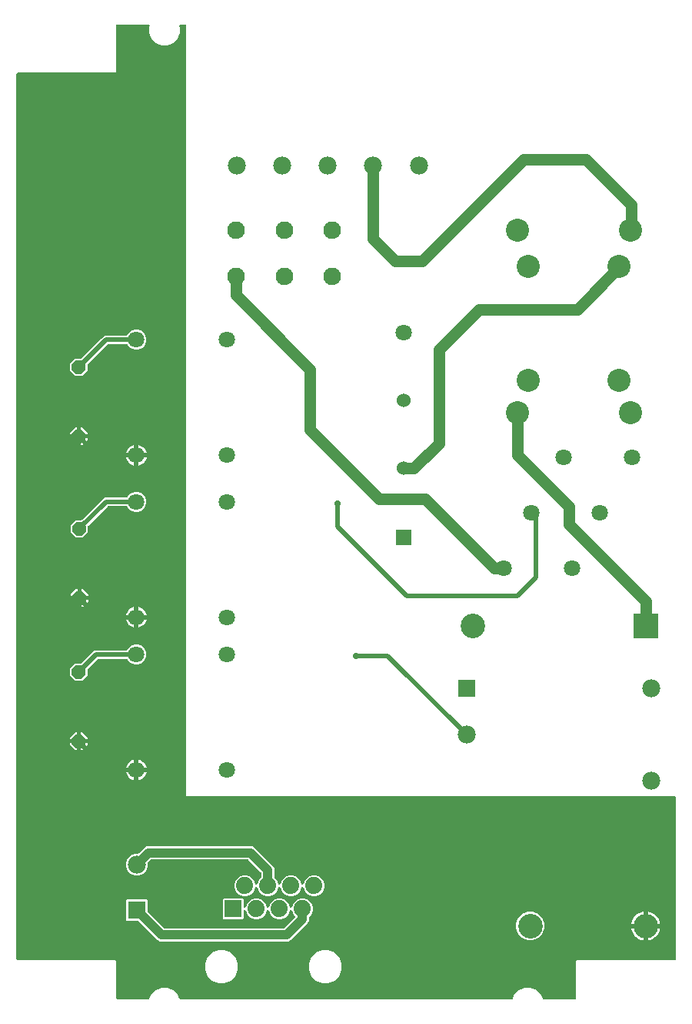
<source format=gbr>
G04 EAGLE Gerber RS-274X export*
G75*
%MOMM*%
%FSLAX34Y34*%
%LPD*%
%INBottom Copper*%
%IPPOS*%
%AMOC8*
5,1,8,0,0,1.08239X$1,22.5*%
G01*
%ADD10C,1.800000*%
%ADD11C,1.930400*%
%ADD12R,1.879600X1.879600*%
%ADD13C,1.879600*%
%ADD14C,1.980000*%
%ADD15R,1.800000X1.800000*%
%ADD16C,1.530000*%
%ADD17C,2.540000*%
%ADD18R,1.980000X1.980000*%
%ADD19R,2.700000X2.700000*%
%ADD20C,2.700000*%
%ADD21P,1.583577X8X112.500000*%
%ADD22C,0.508000*%
%ADD23C,0.700000*%
%ADD24C,1.270000*%
%ADD25C,1.016000*%
%ADD26C,0.502400*%

G36*
X147325Y68734D02*
X147325Y68734D01*
X147355Y68732D01*
X147483Y68754D01*
X147611Y68771D01*
X147639Y68781D01*
X147668Y68787D01*
X147786Y68840D01*
X147907Y68888D01*
X147931Y68905D01*
X147958Y68917D01*
X148059Y68998D01*
X148164Y69074D01*
X148183Y69097D01*
X148206Y69116D01*
X148284Y69219D01*
X148367Y69319D01*
X148380Y69346D01*
X148398Y69370D01*
X148468Y69514D01*
X150587Y74630D01*
X155370Y79413D01*
X161618Y82001D01*
X168382Y82001D01*
X174630Y79413D01*
X179413Y74630D01*
X181532Y69514D01*
X181546Y69489D01*
X181555Y69461D01*
X181625Y69351D01*
X181689Y69238D01*
X181710Y69217D01*
X181725Y69192D01*
X181820Y69103D01*
X181910Y69010D01*
X181936Y68994D01*
X181957Y68974D01*
X182071Y68911D01*
X182182Y68843D01*
X182210Y68835D01*
X182236Y68820D01*
X182361Y68788D01*
X182485Y68750D01*
X182515Y68748D01*
X182544Y68741D01*
X182704Y68731D01*
X547296Y68731D01*
X547325Y68734D01*
X547355Y68732D01*
X547483Y68754D01*
X547611Y68771D01*
X547639Y68781D01*
X547668Y68787D01*
X547786Y68840D01*
X547907Y68888D01*
X547931Y68905D01*
X547958Y68917D01*
X548059Y68998D01*
X548164Y69074D01*
X548183Y69097D01*
X548206Y69116D01*
X548284Y69219D01*
X548367Y69319D01*
X548380Y69346D01*
X548398Y69370D01*
X548468Y69514D01*
X550587Y74630D01*
X555370Y79413D01*
X561618Y82001D01*
X568382Y82001D01*
X574630Y79413D01*
X579413Y74630D01*
X581532Y69514D01*
X581546Y69489D01*
X581555Y69461D01*
X581625Y69351D01*
X581689Y69238D01*
X581710Y69217D01*
X581725Y69192D01*
X581820Y69103D01*
X581910Y69010D01*
X581936Y68994D01*
X581957Y68974D01*
X582071Y68911D01*
X582182Y68843D01*
X582210Y68835D01*
X582236Y68820D01*
X582361Y68788D01*
X582485Y68750D01*
X582515Y68748D01*
X582544Y68741D01*
X582704Y68731D01*
X616730Y68731D01*
X616848Y68746D01*
X616967Y68753D01*
X617005Y68766D01*
X617046Y68771D01*
X617156Y68814D01*
X617269Y68851D01*
X617304Y68873D01*
X617341Y68888D01*
X617437Y68958D01*
X617538Y69021D01*
X617566Y69051D01*
X617599Y69074D01*
X617675Y69166D01*
X617756Y69253D01*
X617776Y69288D01*
X617801Y69319D01*
X617852Y69427D01*
X617910Y69531D01*
X617920Y69571D01*
X617937Y69607D01*
X617959Y69724D01*
X617989Y69839D01*
X617993Y69900D01*
X617997Y69920D01*
X617995Y69940D01*
X617999Y70000D01*
X617999Y110829D01*
X619171Y112001D01*
X726730Y112001D01*
X726848Y112016D01*
X726967Y112023D01*
X727005Y112036D01*
X727046Y112041D01*
X727156Y112084D01*
X727269Y112121D01*
X727304Y112143D01*
X727341Y112158D01*
X727437Y112227D01*
X727538Y112291D01*
X727566Y112321D01*
X727599Y112344D01*
X727675Y112436D01*
X727756Y112523D01*
X727776Y112558D01*
X727801Y112589D01*
X727852Y112697D01*
X727910Y112801D01*
X727920Y112841D01*
X727937Y112877D01*
X727959Y112994D01*
X727989Y113109D01*
X727993Y113169D01*
X727997Y113189D01*
X727995Y113210D01*
X727999Y113270D01*
X727999Y290860D01*
X727984Y290978D01*
X727977Y291097D01*
X727964Y291135D01*
X727959Y291176D01*
X727916Y291286D01*
X727879Y291399D01*
X727857Y291434D01*
X727842Y291471D01*
X727773Y291567D01*
X727709Y291668D01*
X727679Y291696D01*
X727656Y291729D01*
X727564Y291805D01*
X727477Y291886D01*
X727442Y291906D01*
X727411Y291931D01*
X727303Y291982D01*
X727199Y292040D01*
X727159Y292050D01*
X727123Y292067D01*
X727006Y292089D01*
X726891Y292119D01*
X726831Y292123D01*
X726811Y292127D01*
X726790Y292125D01*
X726730Y292129D01*
X188489Y292129D01*
X188489Y1140000D01*
X188474Y1140118D01*
X188467Y1140237D01*
X188454Y1140275D01*
X188449Y1140316D01*
X188406Y1140426D01*
X188369Y1140539D01*
X188347Y1140574D01*
X188332Y1140611D01*
X188263Y1140707D01*
X188199Y1140808D01*
X188169Y1140836D01*
X188146Y1140869D01*
X188054Y1140945D01*
X187967Y1141026D01*
X187932Y1141046D01*
X187901Y1141071D01*
X187793Y1141122D01*
X187689Y1141180D01*
X187649Y1141190D01*
X187613Y1141207D01*
X187496Y1141229D01*
X187381Y1141259D01*
X187321Y1141263D01*
X187301Y1141267D01*
X187280Y1141265D01*
X187220Y1141269D01*
X182704Y1141269D01*
X182655Y1141263D01*
X182605Y1141265D01*
X182498Y1141243D01*
X182389Y1141229D01*
X182342Y1141211D01*
X182294Y1141201D01*
X182195Y1141153D01*
X182093Y1141112D01*
X182053Y1141083D01*
X182008Y1141061D01*
X181925Y1140990D01*
X181836Y1140926D01*
X181804Y1140887D01*
X181766Y1140855D01*
X181703Y1140765D01*
X181633Y1140681D01*
X181612Y1140636D01*
X181583Y1140595D01*
X181544Y1140492D01*
X181497Y1140393D01*
X181488Y1140344D01*
X181470Y1140298D01*
X181458Y1140188D01*
X181438Y1140081D01*
X181441Y1140031D01*
X181435Y1139982D01*
X181450Y1139873D01*
X181457Y1139763D01*
X181473Y1139716D01*
X181480Y1139667D01*
X181532Y1139514D01*
X182001Y1138382D01*
X182001Y1131618D01*
X179413Y1125370D01*
X174630Y1120587D01*
X168382Y1117999D01*
X161618Y1117999D01*
X155370Y1120587D01*
X150587Y1125370D01*
X147999Y1131618D01*
X147999Y1138382D01*
X148468Y1139514D01*
X148480Y1139556D01*
X148494Y1139585D01*
X148494Y1139590D01*
X148503Y1139607D01*
X148523Y1139715D01*
X148552Y1139821D01*
X148553Y1139871D01*
X148562Y1139920D01*
X148556Y1140029D01*
X148557Y1140139D01*
X148546Y1140187D01*
X148543Y1140237D01*
X148509Y1140341D01*
X148483Y1140448D01*
X148460Y1140492D01*
X148445Y1140539D01*
X148386Y1140632D01*
X148335Y1140729D01*
X148301Y1140766D01*
X148275Y1140808D01*
X148194Y1140883D01*
X148121Y1140965D01*
X148079Y1140992D01*
X148043Y1141026D01*
X147947Y1141079D01*
X147855Y1141139D01*
X147808Y1141156D01*
X147764Y1141180D01*
X147658Y1141207D01*
X147554Y1141243D01*
X147505Y1141247D01*
X147456Y1141259D01*
X147296Y1141269D01*
X113270Y1141269D01*
X113152Y1141254D01*
X113033Y1141247D01*
X112995Y1141234D01*
X112954Y1141229D01*
X112844Y1141186D01*
X112731Y1141149D01*
X112696Y1141127D01*
X112659Y1141112D01*
X112563Y1141043D01*
X112462Y1140979D01*
X112434Y1140949D01*
X112401Y1140926D01*
X112325Y1140834D01*
X112244Y1140747D01*
X112224Y1140712D01*
X112199Y1140681D01*
X112148Y1140573D01*
X112090Y1140469D01*
X112080Y1140429D01*
X112063Y1140393D01*
X112041Y1140276D01*
X112011Y1140161D01*
X112007Y1140101D01*
X112003Y1140081D01*
X112004Y1140064D01*
X112003Y1140058D01*
X112004Y1140049D01*
X112001Y1140000D01*
X112001Y1089171D01*
X110829Y1087999D01*
X3270Y1087999D01*
X3152Y1087984D01*
X3033Y1087977D01*
X2995Y1087964D01*
X2954Y1087959D01*
X2844Y1087916D01*
X2731Y1087879D01*
X2696Y1087857D01*
X2659Y1087842D01*
X2563Y1087773D01*
X2462Y1087709D01*
X2434Y1087679D01*
X2401Y1087656D01*
X2325Y1087564D01*
X2244Y1087477D01*
X2224Y1087442D01*
X2199Y1087411D01*
X2148Y1087303D01*
X2090Y1087199D01*
X2080Y1087159D01*
X2063Y1087123D01*
X2041Y1087006D01*
X2011Y1086891D01*
X2007Y1086831D01*
X2003Y1086811D01*
X2005Y1086790D01*
X2001Y1086730D01*
X2001Y113270D01*
X2016Y113152D01*
X2023Y113033D01*
X2036Y112995D01*
X2041Y112954D01*
X2084Y112844D01*
X2121Y112731D01*
X2143Y112696D01*
X2158Y112659D01*
X2227Y112563D01*
X2291Y112462D01*
X2321Y112434D01*
X2344Y112401D01*
X2436Y112325D01*
X2523Y112244D01*
X2558Y112224D01*
X2589Y112199D01*
X2697Y112148D01*
X2801Y112090D01*
X2841Y112080D01*
X2877Y112063D01*
X2994Y112041D01*
X3109Y112011D01*
X3169Y112007D01*
X3189Y112003D01*
X3210Y112005D01*
X3270Y112001D01*
X110829Y112001D01*
X112001Y110829D01*
X112001Y70000D01*
X112016Y69882D01*
X112023Y69763D01*
X112036Y69725D01*
X112041Y69684D01*
X112084Y69574D01*
X112121Y69461D01*
X112143Y69426D01*
X112158Y69389D01*
X112227Y69293D01*
X112291Y69192D01*
X112321Y69164D01*
X112344Y69131D01*
X112436Y69056D01*
X112523Y68974D01*
X112558Y68954D01*
X112589Y68929D01*
X112697Y68878D01*
X112801Y68820D01*
X112841Y68810D01*
X112877Y68793D01*
X112994Y68771D01*
X113109Y68741D01*
X113169Y68737D01*
X113189Y68733D01*
X113210Y68735D01*
X113270Y68731D01*
X147296Y68731D01*
X147325Y68734D01*
G37*
%LPC*%
G36*
X160262Y132869D02*
X160262Y132869D01*
X157641Y133955D01*
X136543Y155053D01*
X136465Y155113D01*
X136393Y155181D01*
X136340Y155210D01*
X136292Y155247D01*
X136201Y155287D01*
X136114Y155335D01*
X136056Y155350D01*
X136000Y155374D01*
X135902Y155389D01*
X135806Y155414D01*
X135706Y155420D01*
X135686Y155424D01*
X135674Y155422D01*
X135646Y155424D01*
X123751Y155424D01*
X122549Y156626D01*
X122549Y178124D01*
X123751Y179326D01*
X145249Y179326D01*
X146451Y178124D01*
X146451Y165839D01*
X146463Y165741D01*
X146466Y165642D01*
X146483Y165584D01*
X146491Y165524D01*
X146527Y165432D01*
X146555Y165337D01*
X146585Y165284D01*
X146608Y165228D01*
X146666Y165148D01*
X146716Y165063D01*
X146782Y164987D01*
X146794Y164971D01*
X146804Y164963D01*
X146822Y164942D01*
X164262Y147502D01*
X164340Y147442D01*
X164412Y147374D01*
X164465Y147345D01*
X164513Y147308D01*
X164604Y147268D01*
X164691Y147220D01*
X164749Y147205D01*
X164805Y147181D01*
X164903Y147166D01*
X164999Y147141D01*
X165099Y147135D01*
X165119Y147131D01*
X165131Y147133D01*
X165159Y147131D01*
X296521Y147131D01*
X296619Y147143D01*
X296718Y147146D01*
X296776Y147163D01*
X296836Y147171D01*
X296928Y147207D01*
X297023Y147235D01*
X297076Y147265D01*
X297132Y147288D01*
X297212Y147346D01*
X297297Y147396D01*
X297373Y147462D01*
X297389Y147474D01*
X297397Y147484D01*
X297418Y147502D01*
X308590Y158674D01*
X308663Y158768D01*
X308742Y158858D01*
X308760Y158893D01*
X308785Y158925D01*
X308832Y159035D01*
X308886Y159141D01*
X308895Y159180D01*
X308911Y159217D01*
X308930Y159335D01*
X308956Y159451D01*
X308955Y159491D01*
X308961Y159531D01*
X308950Y159650D01*
X308946Y159769D01*
X308935Y159808D01*
X308931Y159848D01*
X308891Y159960D01*
X308858Y160074D01*
X308837Y160109D01*
X308824Y160147D01*
X308757Y160246D01*
X308696Y160348D01*
X308656Y160394D01*
X308645Y160410D01*
X308630Y160424D01*
X308590Y160469D01*
X307044Y162015D01*
X305223Y166413D01*
X305154Y166533D01*
X305089Y166656D01*
X305075Y166671D01*
X305065Y166689D01*
X304968Y166789D01*
X304875Y166892D01*
X304858Y166903D01*
X304844Y166917D01*
X304725Y166990D01*
X304609Y167066D01*
X304590Y167073D01*
X304573Y167083D01*
X304440Y167124D01*
X304308Y167170D01*
X304288Y167171D01*
X304269Y167177D01*
X304130Y167184D01*
X303991Y167195D01*
X303971Y167191D01*
X303951Y167192D01*
X303815Y167164D01*
X303678Y167140D01*
X303659Y167132D01*
X303640Y167128D01*
X303514Y167067D01*
X303388Y167010D01*
X303372Y166997D01*
X303354Y166988D01*
X303248Y166898D01*
X303140Y166811D01*
X303127Y166795D01*
X303112Y166782D01*
X303032Y166668D01*
X302948Y166557D01*
X302936Y166532D01*
X302929Y166522D01*
X302922Y166503D01*
X302877Y166413D01*
X301056Y162015D01*
X297835Y158794D01*
X293627Y157051D01*
X289073Y157051D01*
X284865Y158794D01*
X281644Y162015D01*
X279823Y166413D01*
X279754Y166533D01*
X279689Y166656D01*
X279675Y166671D01*
X279665Y166689D01*
X279568Y166789D01*
X279475Y166892D01*
X279458Y166903D01*
X279444Y166917D01*
X279325Y166990D01*
X279209Y167066D01*
X279190Y167073D01*
X279173Y167083D01*
X279040Y167124D01*
X278908Y167170D01*
X278888Y167171D01*
X278869Y167177D01*
X278730Y167184D01*
X278591Y167195D01*
X278571Y167191D01*
X278551Y167192D01*
X278415Y167164D01*
X278278Y167140D01*
X278259Y167132D01*
X278240Y167128D01*
X278114Y167067D01*
X277988Y167010D01*
X277972Y166997D01*
X277954Y166988D01*
X277848Y166898D01*
X277740Y166811D01*
X277727Y166795D01*
X277712Y166782D01*
X277632Y166668D01*
X277548Y166557D01*
X277536Y166532D01*
X277529Y166522D01*
X277522Y166503D01*
X277477Y166413D01*
X275656Y162015D01*
X272435Y158794D01*
X268227Y157051D01*
X263673Y157051D01*
X259465Y158794D01*
X256244Y162015D01*
X254441Y166369D01*
X254406Y166430D01*
X254380Y166495D01*
X254328Y166567D01*
X254283Y166645D01*
X254235Y166696D01*
X254194Y166752D01*
X254124Y166809D01*
X254062Y166874D01*
X254002Y166910D01*
X253949Y166955D01*
X253867Y166993D01*
X253791Y167040D01*
X253724Y167061D01*
X253661Y167090D01*
X253573Y167107D01*
X253487Y167134D01*
X253417Y167137D01*
X253348Y167150D01*
X253259Y167145D01*
X253169Y167149D01*
X253101Y167135D01*
X253031Y167130D01*
X252946Y167103D01*
X252858Y167085D01*
X252795Y167054D01*
X252729Y167032D01*
X252653Y166984D01*
X252572Y166945D01*
X252519Y166900D01*
X252460Y166862D01*
X252398Y166797D01*
X252330Y166738D01*
X252290Y166681D01*
X252242Y166631D01*
X252199Y166552D01*
X252147Y166478D01*
X252122Y166413D01*
X252088Y166352D01*
X252066Y166265D01*
X252034Y166181D01*
X252026Y166112D01*
X252009Y166044D01*
X251999Y165883D01*
X251999Y158253D01*
X250797Y157051D01*
X230303Y157051D01*
X229101Y158253D01*
X229101Y178747D01*
X230303Y179949D01*
X250633Y179949D01*
X250703Y179957D01*
X250772Y179956D01*
X250786Y179960D01*
X251999Y178747D01*
X251999Y171117D01*
X252007Y171047D01*
X252006Y170978D01*
X252027Y170890D01*
X252039Y170801D01*
X252064Y170736D01*
X252081Y170668D01*
X252123Y170589D01*
X252156Y170505D01*
X252197Y170449D01*
X252229Y170387D01*
X252290Y170321D01*
X252342Y170248D01*
X252396Y170203D01*
X252443Y170152D01*
X252518Y170103D01*
X252587Y170045D01*
X252651Y170015D01*
X252709Y169977D01*
X252794Y169948D01*
X252875Y169910D01*
X252944Y169897D01*
X253010Y169874D01*
X253099Y169867D01*
X253187Y169850D01*
X253257Y169854D01*
X253327Y169849D01*
X253415Y169864D01*
X253505Y169870D01*
X253571Y169891D01*
X253640Y169903D01*
X253722Y169940D01*
X253807Y169968D01*
X253866Y170005D01*
X253930Y170034D01*
X254000Y170090D01*
X254076Y170138D01*
X254124Y170189D01*
X254178Y170232D01*
X254233Y170304D01*
X254294Y170369D01*
X254328Y170431D01*
X254370Y170486D01*
X254441Y170631D01*
X256244Y174985D01*
X259465Y178206D01*
X263673Y179949D01*
X268227Y179949D01*
X272435Y178206D01*
X275656Y174985D01*
X277477Y170587D01*
X277546Y170467D01*
X277611Y170344D01*
X277625Y170329D01*
X277635Y170311D01*
X277732Y170211D01*
X277825Y170108D01*
X277842Y170097D01*
X277856Y170083D01*
X277974Y170010D01*
X278091Y169934D01*
X278110Y169927D01*
X278127Y169917D01*
X278260Y169876D01*
X278392Y169830D01*
X278412Y169829D01*
X278431Y169823D01*
X278570Y169816D01*
X278709Y169805D01*
X278729Y169809D01*
X278749Y169808D01*
X278885Y169836D01*
X279022Y169860D01*
X279041Y169868D01*
X279060Y169872D01*
X279185Y169933D01*
X279312Y169990D01*
X279328Y170003D01*
X279346Y170012D01*
X279452Y170102D01*
X279560Y170189D01*
X279573Y170205D01*
X279588Y170218D01*
X279668Y170332D01*
X279752Y170443D01*
X279764Y170468D01*
X279771Y170478D01*
X279778Y170497D01*
X279823Y170587D01*
X281644Y174985D01*
X284865Y178206D01*
X289073Y179949D01*
X293627Y179949D01*
X297835Y178206D01*
X301056Y174985D01*
X302877Y170587D01*
X302946Y170467D01*
X303011Y170344D01*
X303025Y170329D01*
X303035Y170311D01*
X303132Y170211D01*
X303225Y170108D01*
X303242Y170097D01*
X303256Y170083D01*
X303374Y170010D01*
X303491Y169934D01*
X303510Y169927D01*
X303527Y169917D01*
X303660Y169876D01*
X303792Y169830D01*
X303812Y169829D01*
X303831Y169823D01*
X303970Y169816D01*
X304109Y169805D01*
X304129Y169809D01*
X304149Y169808D01*
X304285Y169836D01*
X304422Y169860D01*
X304441Y169868D01*
X304460Y169872D01*
X304585Y169933D01*
X304712Y169990D01*
X304728Y170003D01*
X304746Y170012D01*
X304852Y170102D01*
X304960Y170189D01*
X304973Y170205D01*
X304988Y170218D01*
X305068Y170332D01*
X305152Y170443D01*
X305164Y170468D01*
X305171Y170478D01*
X305178Y170497D01*
X305223Y170587D01*
X307044Y174985D01*
X310265Y178206D01*
X314473Y179949D01*
X319027Y179949D01*
X323235Y178206D01*
X326456Y174985D01*
X328199Y170777D01*
X328199Y166223D01*
X326456Y162015D01*
X324252Y159812D01*
X324192Y159733D01*
X324124Y159661D01*
X324095Y159608D01*
X324058Y159560D01*
X324018Y159469D01*
X323970Y159383D01*
X323955Y159324D01*
X323931Y159268D01*
X323916Y159170D01*
X323891Y159075D01*
X323885Y158975D01*
X323881Y158954D01*
X323883Y158942D01*
X323881Y158914D01*
X323881Y155332D01*
X322795Y152711D01*
X304039Y133955D01*
X301418Y132869D01*
X160262Y132869D01*
G37*
%LPD*%
%LPC*%
G36*
X246765Y184194D02*
X246765Y184194D01*
X243544Y187415D01*
X241801Y191623D01*
X241801Y196177D01*
X243544Y200385D01*
X246765Y203606D01*
X250973Y205349D01*
X255527Y205349D01*
X259735Y203606D01*
X262956Y200385D01*
X264777Y195987D01*
X264846Y195867D01*
X264911Y195744D01*
X264925Y195729D01*
X264935Y195711D01*
X265032Y195611D01*
X265125Y195508D01*
X265142Y195497D01*
X265156Y195483D01*
X265274Y195410D01*
X265391Y195334D01*
X265410Y195327D01*
X265427Y195317D01*
X265560Y195276D01*
X265692Y195230D01*
X265712Y195229D01*
X265731Y195223D01*
X265870Y195216D01*
X266009Y195205D01*
X266029Y195209D01*
X266049Y195208D01*
X266185Y195236D01*
X266322Y195260D01*
X266341Y195268D01*
X266360Y195272D01*
X266485Y195333D01*
X266612Y195390D01*
X266628Y195403D01*
X266646Y195412D01*
X266752Y195502D01*
X266860Y195589D01*
X266873Y195605D01*
X266888Y195618D01*
X266968Y195732D01*
X267052Y195843D01*
X267064Y195868D01*
X267071Y195878D01*
X267078Y195897D01*
X267123Y195987D01*
X268944Y200385D01*
X271148Y202588D01*
X271208Y202667D01*
X271276Y202739D01*
X271305Y202792D01*
X271342Y202840D01*
X271382Y202931D01*
X271430Y203017D01*
X271445Y203076D01*
X271469Y203132D01*
X271484Y203229D01*
X271509Y203325D01*
X271515Y203425D01*
X271519Y203446D01*
X271517Y203458D01*
X271519Y203486D01*
X271519Y207871D01*
X271507Y207969D01*
X271504Y208068D01*
X271487Y208126D01*
X271479Y208186D01*
X271443Y208278D01*
X271415Y208373D01*
X271385Y208426D01*
X271362Y208482D01*
X271304Y208562D01*
X271254Y208647D01*
X271188Y208723D01*
X271176Y208739D01*
X271166Y208747D01*
X271148Y208768D01*
X257418Y222498D01*
X257340Y222558D01*
X257268Y222626D01*
X257215Y222655D01*
X257167Y222692D01*
X257076Y222732D01*
X256989Y222780D01*
X256931Y222795D01*
X256875Y222819D01*
X256777Y222834D01*
X256681Y222859D01*
X256581Y222865D01*
X256561Y222869D01*
X256549Y222867D01*
X256521Y222869D01*
X150604Y222869D01*
X150506Y222857D01*
X150407Y222854D01*
X150349Y222837D01*
X150289Y222829D01*
X150197Y222793D01*
X150102Y222765D01*
X150049Y222735D01*
X149993Y222712D01*
X149913Y222654D01*
X149828Y222604D01*
X149752Y222538D01*
X149736Y222526D01*
X149728Y222516D01*
X149707Y222498D01*
X146822Y219613D01*
X146762Y219535D01*
X146694Y219463D01*
X146665Y219410D01*
X146628Y219362D01*
X146588Y219271D01*
X146540Y219184D01*
X146525Y219126D01*
X146501Y219070D01*
X146486Y218972D01*
X146461Y218876D01*
X146455Y218776D01*
X146451Y218756D01*
X146453Y218744D01*
X146451Y218716D01*
X146451Y214998D01*
X144631Y210605D01*
X141270Y207244D01*
X136877Y205424D01*
X132123Y205424D01*
X127730Y207244D01*
X124369Y210605D01*
X122549Y214998D01*
X122549Y219752D01*
X124369Y224145D01*
X127730Y227506D01*
X132123Y229326D01*
X135841Y229326D01*
X135939Y229338D01*
X136038Y229341D01*
X136096Y229358D01*
X136156Y229366D01*
X136248Y229402D01*
X136343Y229430D01*
X136396Y229460D01*
X136452Y229483D01*
X136532Y229541D01*
X136617Y229591D01*
X136693Y229657D01*
X136709Y229669D01*
X136717Y229679D01*
X136738Y229697D01*
X143086Y236045D01*
X145707Y237131D01*
X261418Y237131D01*
X264039Y236045D01*
X284695Y215389D01*
X285781Y212768D01*
X285781Y203486D01*
X285793Y203388D01*
X285796Y203289D01*
X285813Y203231D01*
X285821Y203170D01*
X285857Y203078D01*
X285885Y202983D01*
X285915Y202931D01*
X285938Y202875D01*
X285996Y202795D01*
X286046Y202709D01*
X286112Y202634D01*
X286124Y202617D01*
X286134Y202610D01*
X286152Y202588D01*
X288356Y200385D01*
X290177Y195987D01*
X290246Y195867D01*
X290311Y195744D01*
X290325Y195729D01*
X290335Y195711D01*
X290432Y195611D01*
X290525Y195508D01*
X290542Y195497D01*
X290556Y195483D01*
X290674Y195410D01*
X290791Y195334D01*
X290810Y195327D01*
X290827Y195317D01*
X290960Y195276D01*
X291092Y195230D01*
X291112Y195229D01*
X291131Y195223D01*
X291270Y195216D01*
X291409Y195205D01*
X291429Y195209D01*
X291449Y195208D01*
X291585Y195236D01*
X291722Y195260D01*
X291741Y195268D01*
X291760Y195272D01*
X291885Y195333D01*
X292012Y195390D01*
X292028Y195403D01*
X292046Y195412D01*
X292152Y195502D01*
X292260Y195589D01*
X292273Y195605D01*
X292288Y195618D01*
X292368Y195732D01*
X292452Y195843D01*
X292464Y195868D01*
X292471Y195878D01*
X292478Y195897D01*
X292523Y195987D01*
X294344Y200385D01*
X297565Y203606D01*
X301773Y205349D01*
X306327Y205349D01*
X310535Y203606D01*
X313756Y200385D01*
X315577Y195987D01*
X315646Y195867D01*
X315711Y195744D01*
X315725Y195729D01*
X315735Y195711D01*
X315832Y195611D01*
X315925Y195508D01*
X315942Y195497D01*
X315956Y195483D01*
X316074Y195410D01*
X316191Y195334D01*
X316210Y195327D01*
X316227Y195317D01*
X316360Y195276D01*
X316492Y195230D01*
X316512Y195229D01*
X316531Y195223D01*
X316670Y195216D01*
X316809Y195205D01*
X316829Y195209D01*
X316849Y195208D01*
X316985Y195236D01*
X317122Y195260D01*
X317141Y195268D01*
X317160Y195272D01*
X317285Y195333D01*
X317412Y195390D01*
X317428Y195403D01*
X317446Y195412D01*
X317552Y195502D01*
X317660Y195589D01*
X317673Y195605D01*
X317688Y195618D01*
X317768Y195732D01*
X317852Y195843D01*
X317864Y195868D01*
X317871Y195878D01*
X317878Y195897D01*
X317923Y195987D01*
X319744Y200385D01*
X322965Y203606D01*
X327173Y205349D01*
X331727Y205349D01*
X335935Y203606D01*
X339156Y200385D01*
X340899Y196177D01*
X340899Y191623D01*
X339156Y187415D01*
X335935Y184194D01*
X331727Y182451D01*
X327173Y182451D01*
X322965Y184194D01*
X319744Y187415D01*
X317923Y191813D01*
X317854Y191933D01*
X317789Y192056D01*
X317775Y192071D01*
X317765Y192089D01*
X317668Y192189D01*
X317575Y192292D01*
X317558Y192303D01*
X317544Y192317D01*
X317425Y192390D01*
X317309Y192466D01*
X317290Y192473D01*
X317273Y192483D01*
X317140Y192524D01*
X317008Y192570D01*
X316988Y192571D01*
X316969Y192577D01*
X316830Y192584D01*
X316691Y192595D01*
X316671Y192591D01*
X316651Y192592D01*
X316515Y192564D01*
X316378Y192540D01*
X316359Y192532D01*
X316340Y192528D01*
X316214Y192467D01*
X316088Y192410D01*
X316072Y192397D01*
X316054Y192388D01*
X315948Y192298D01*
X315840Y192211D01*
X315827Y192195D01*
X315812Y192182D01*
X315732Y192068D01*
X315648Y191957D01*
X315636Y191932D01*
X315629Y191922D01*
X315622Y191903D01*
X315577Y191813D01*
X313756Y187415D01*
X310535Y184194D01*
X306327Y182451D01*
X301773Y182451D01*
X297565Y184194D01*
X294344Y187415D01*
X292523Y191813D01*
X292454Y191933D01*
X292389Y192056D01*
X292375Y192071D01*
X292365Y192089D01*
X292268Y192189D01*
X292175Y192292D01*
X292158Y192303D01*
X292144Y192317D01*
X292025Y192390D01*
X291909Y192466D01*
X291890Y192473D01*
X291873Y192483D01*
X291740Y192524D01*
X291608Y192570D01*
X291588Y192571D01*
X291569Y192577D01*
X291430Y192584D01*
X291291Y192595D01*
X291271Y192591D01*
X291251Y192592D01*
X291115Y192564D01*
X290978Y192540D01*
X290959Y192532D01*
X290940Y192528D01*
X290814Y192467D01*
X290688Y192410D01*
X290672Y192397D01*
X290654Y192388D01*
X290548Y192298D01*
X290440Y192211D01*
X290427Y192195D01*
X290412Y192182D01*
X290332Y192068D01*
X290248Y191957D01*
X290236Y191932D01*
X290229Y191922D01*
X290222Y191903D01*
X290177Y191813D01*
X288356Y187415D01*
X285135Y184194D01*
X280927Y182451D01*
X276373Y182451D01*
X272165Y184194D01*
X268944Y187415D01*
X267123Y191813D01*
X267054Y191933D01*
X266989Y192056D01*
X266975Y192071D01*
X266965Y192089D01*
X266868Y192189D01*
X266775Y192292D01*
X266758Y192303D01*
X266744Y192317D01*
X266625Y192390D01*
X266509Y192466D01*
X266490Y192473D01*
X266473Y192483D01*
X266340Y192524D01*
X266208Y192570D01*
X266188Y192571D01*
X266169Y192577D01*
X266030Y192584D01*
X265891Y192595D01*
X265871Y192591D01*
X265851Y192592D01*
X265715Y192564D01*
X265578Y192540D01*
X265559Y192532D01*
X265540Y192528D01*
X265414Y192467D01*
X265288Y192410D01*
X265272Y192397D01*
X265254Y192388D01*
X265148Y192298D01*
X265040Y192211D01*
X265027Y192195D01*
X265012Y192182D01*
X264932Y192068D01*
X264848Y191957D01*
X264836Y191932D01*
X264829Y191922D01*
X264822Y191903D01*
X264777Y191813D01*
X262956Y187415D01*
X259735Y184194D01*
X255527Y182451D01*
X251359Y182451D01*
X251222Y182434D01*
X251083Y182421D01*
X251064Y182414D01*
X251063Y182414D01*
X246765Y184194D01*
G37*
%LPD*%
%LPC*%
G36*
X66721Y755054D02*
X66721Y755054D01*
X61234Y760541D01*
X61234Y768299D01*
X66721Y773786D01*
X72948Y773786D01*
X73046Y773798D01*
X73145Y773801D01*
X73203Y773818D01*
X73263Y773826D01*
X73356Y773862D01*
X73451Y773890D01*
X73503Y773921D01*
X73559Y773943D01*
X73639Y774001D01*
X73725Y774051D01*
X73800Y774118D01*
X73816Y774130D01*
X73824Y774139D01*
X73845Y774158D01*
X95538Y795850D01*
X98598Y798911D01*
X123012Y798911D01*
X123042Y798914D01*
X123071Y798912D01*
X123199Y798934D01*
X123328Y798951D01*
X123355Y798961D01*
X123384Y798966D01*
X123503Y799020D01*
X123623Y799068D01*
X123647Y799085D01*
X123674Y799097D01*
X123776Y799178D01*
X123881Y799254D01*
X123900Y799277D01*
X123923Y799296D01*
X124001Y799399D01*
X124084Y799499D01*
X124096Y799526D01*
X124114Y799550D01*
X124185Y799694D01*
X124552Y800580D01*
X127660Y803688D01*
X131722Y805371D01*
X136118Y805371D01*
X140180Y803688D01*
X143288Y800580D01*
X144971Y796518D01*
X144971Y792122D01*
X143288Y788060D01*
X140180Y784952D01*
X136118Y783269D01*
X131722Y783269D01*
X127660Y784952D01*
X124552Y788060D01*
X124185Y788946D01*
X124170Y788971D01*
X124161Y788999D01*
X124092Y789109D01*
X124027Y789222D01*
X124007Y789243D01*
X123991Y789268D01*
X123896Y789357D01*
X123806Y789450D01*
X123781Y789466D01*
X123759Y789486D01*
X123646Y789549D01*
X123535Y789617D01*
X123507Y789625D01*
X123481Y789640D01*
X123355Y789672D01*
X123231Y789710D01*
X123201Y789712D01*
X123173Y789719D01*
X123012Y789729D01*
X102927Y789729D01*
X102829Y789717D01*
X102730Y789714D01*
X102672Y789697D01*
X102612Y789689D01*
X102520Y789653D01*
X102425Y789625D01*
X102372Y789595D01*
X102316Y789572D01*
X102236Y789514D01*
X102151Y789464D01*
X102075Y789398D01*
X102059Y789386D01*
X102051Y789376D01*
X102030Y789358D01*
X80338Y767665D01*
X80277Y767587D01*
X80209Y767515D01*
X80180Y767462D01*
X80143Y767414D01*
X80103Y767323D01*
X80056Y767237D01*
X80040Y767178D01*
X80016Y767122D01*
X80001Y767024D01*
X79976Y766929D01*
X79970Y766828D01*
X79967Y766808D01*
X79968Y766796D01*
X79966Y766768D01*
X79966Y760541D01*
X74479Y755054D01*
X66721Y755054D01*
G37*
%LPD*%
%LPC*%
G36*
X67351Y577254D02*
X67351Y577254D01*
X61864Y582741D01*
X61864Y590499D01*
X67351Y595986D01*
X73348Y595986D01*
X73446Y595998D01*
X73545Y596001D01*
X73603Y596018D01*
X73663Y596026D01*
X73756Y596062D01*
X73851Y596090D01*
X73903Y596121D01*
X73959Y596143D01*
X74039Y596201D01*
X74125Y596251D01*
X74200Y596318D01*
X74216Y596330D01*
X74224Y596339D01*
X74245Y596358D01*
X98678Y620791D01*
X123012Y620791D01*
X123042Y620794D01*
X123071Y620792D01*
X123199Y620814D01*
X123328Y620831D01*
X123355Y620841D01*
X123384Y620846D01*
X123503Y620900D01*
X123623Y620948D01*
X123647Y620965D01*
X123674Y620977D01*
X123776Y621058D01*
X123881Y621134D01*
X123900Y621157D01*
X123923Y621176D01*
X124001Y621279D01*
X124084Y621379D01*
X124096Y621406D01*
X124114Y621430D01*
X124185Y621574D01*
X124552Y622460D01*
X127660Y625568D01*
X131722Y627251D01*
X136118Y627251D01*
X140180Y625568D01*
X143288Y622460D01*
X144971Y618398D01*
X144971Y614002D01*
X143288Y609940D01*
X140180Y606832D01*
X136118Y605149D01*
X131722Y605149D01*
X127660Y606832D01*
X124552Y609940D01*
X124185Y610826D01*
X124170Y610851D01*
X124161Y610879D01*
X124092Y610989D01*
X124027Y611102D01*
X124007Y611123D01*
X123991Y611148D01*
X123896Y611237D01*
X123806Y611330D01*
X123781Y611346D01*
X123759Y611366D01*
X123646Y611429D01*
X123535Y611497D01*
X123507Y611505D01*
X123481Y611520D01*
X123355Y611552D01*
X123231Y611590D01*
X123201Y611592D01*
X123173Y611599D01*
X123012Y611609D01*
X103007Y611609D01*
X102909Y611597D01*
X102810Y611594D01*
X102752Y611577D01*
X102692Y611569D01*
X102600Y611533D01*
X102505Y611505D01*
X102452Y611475D01*
X102396Y611452D01*
X102316Y611394D01*
X102231Y611344D01*
X102155Y611278D01*
X102139Y611266D01*
X102131Y611256D01*
X102110Y611238D01*
X80968Y590095D01*
X80907Y590017D01*
X80839Y589945D01*
X80810Y589892D01*
X80773Y589844D01*
X80733Y589753D01*
X80686Y589667D01*
X80670Y589608D01*
X80646Y589552D01*
X80631Y589454D01*
X80606Y589359D01*
X80600Y589259D01*
X80597Y589238D01*
X80598Y589226D01*
X80596Y589198D01*
X80596Y582741D01*
X75109Y577254D01*
X67351Y577254D01*
G37*
%LPD*%
%LPC*%
G36*
X66711Y419774D02*
X66711Y419774D01*
X61224Y425261D01*
X61224Y433019D01*
X66711Y438506D01*
X72938Y438506D01*
X73036Y438518D01*
X73135Y438521D01*
X73193Y438538D01*
X73253Y438546D01*
X73346Y438582D01*
X73441Y438610D01*
X73493Y438641D01*
X73549Y438663D01*
X73629Y438721D01*
X73715Y438771D01*
X73790Y438838D01*
X73806Y438850D01*
X73814Y438859D01*
X73835Y438878D01*
X87788Y452831D01*
X123012Y452831D01*
X123042Y452834D01*
X123071Y452832D01*
X123199Y452854D01*
X123328Y452871D01*
X123355Y452881D01*
X123384Y452886D01*
X123503Y452940D01*
X123623Y452988D01*
X123647Y453005D01*
X123674Y453017D01*
X123776Y453098D01*
X123881Y453174D01*
X123900Y453197D01*
X123923Y453216D01*
X124001Y453319D01*
X124084Y453419D01*
X124096Y453446D01*
X124114Y453470D01*
X124185Y453614D01*
X124552Y454500D01*
X127660Y457608D01*
X131722Y459291D01*
X136118Y459291D01*
X140180Y457608D01*
X143288Y454500D01*
X144971Y450438D01*
X144971Y446042D01*
X143288Y441980D01*
X140180Y438872D01*
X136118Y437189D01*
X131722Y437189D01*
X127660Y438872D01*
X124552Y441980D01*
X124185Y442866D01*
X124170Y442891D01*
X124161Y442919D01*
X124092Y443029D01*
X124027Y443142D01*
X124007Y443163D01*
X123991Y443188D01*
X123896Y443277D01*
X123806Y443370D01*
X123781Y443386D01*
X123759Y443406D01*
X123646Y443469D01*
X123535Y443537D01*
X123507Y443545D01*
X123481Y443560D01*
X123355Y443592D01*
X123231Y443630D01*
X123201Y443632D01*
X123173Y443639D01*
X123012Y443649D01*
X92117Y443649D01*
X92019Y443637D01*
X91920Y443634D01*
X91862Y443617D01*
X91802Y443609D01*
X91710Y443573D01*
X91615Y443545D01*
X91562Y443515D01*
X91506Y443492D01*
X91426Y443434D01*
X91341Y443384D01*
X91265Y443318D01*
X91249Y443306D01*
X91241Y443296D01*
X91220Y443278D01*
X80328Y432385D01*
X80267Y432307D01*
X80199Y432235D01*
X80170Y432182D01*
X80133Y432134D01*
X80093Y432043D01*
X80046Y431957D01*
X80030Y431898D01*
X80006Y431842D01*
X79991Y431744D01*
X79966Y431649D01*
X79960Y431549D01*
X79957Y431528D01*
X79958Y431516D01*
X79956Y431488D01*
X79956Y425261D01*
X74469Y419774D01*
X66711Y419774D01*
G37*
%LPD*%
%LPC*%
G36*
X338569Y86999D02*
X338569Y86999D01*
X331953Y89740D01*
X326890Y94803D01*
X324149Y101419D01*
X324149Y108581D01*
X326890Y115197D01*
X331953Y120260D01*
X338569Y123001D01*
X345731Y123001D01*
X352347Y120260D01*
X357410Y115197D01*
X360151Y108581D01*
X360151Y101419D01*
X357410Y94803D01*
X352347Y89740D01*
X345731Y86999D01*
X338569Y86999D01*
G37*
%LPD*%
%LPC*%
G36*
X224269Y86999D02*
X224269Y86999D01*
X217653Y89740D01*
X212590Y94803D01*
X209849Y101419D01*
X209849Y108581D01*
X212590Y115197D01*
X217653Y120260D01*
X224269Y123001D01*
X231431Y123001D01*
X238047Y120260D01*
X243110Y115197D01*
X245851Y108581D01*
X245851Y101419D01*
X243110Y94803D01*
X238047Y89740D01*
X231431Y86999D01*
X224269Y86999D01*
G37*
%LPD*%
%LPC*%
G36*
X564707Y134189D02*
X564707Y134189D01*
X558991Y136557D01*
X554617Y140931D01*
X552249Y146647D01*
X552249Y152833D01*
X554617Y158549D01*
X558991Y162923D01*
X564707Y165291D01*
X570893Y165291D01*
X576609Y162923D01*
X580983Y158549D01*
X583351Y152833D01*
X583351Y146647D01*
X580983Y140931D01*
X576609Y136557D01*
X570893Y134189D01*
X564707Y134189D01*
G37*
%LPD*%
%LPC*%
G36*
X697389Y152279D02*
X697389Y152279D01*
X697389Y165585D01*
X697986Y165506D01*
X700017Y164962D01*
X701960Y164157D01*
X703781Y163106D01*
X705449Y161826D01*
X706936Y160339D01*
X708216Y158671D01*
X709267Y156850D01*
X710072Y154907D01*
X710616Y152876D01*
X710695Y152279D01*
X697389Y152279D01*
G37*
%LPD*%
%LPC*%
G36*
X679005Y152279D02*
X679005Y152279D01*
X679084Y152876D01*
X679628Y154907D01*
X680433Y156850D01*
X681484Y158671D01*
X682764Y160339D01*
X684251Y161826D01*
X685919Y163106D01*
X687740Y164157D01*
X689683Y164962D01*
X691714Y165506D01*
X692311Y165585D01*
X692311Y152279D01*
X679005Y152279D01*
G37*
%LPD*%
%LPC*%
G36*
X697389Y147201D02*
X697389Y147201D01*
X710695Y147201D01*
X710616Y146604D01*
X710072Y144573D01*
X709267Y142630D01*
X708216Y140809D01*
X706936Y139141D01*
X705449Y137654D01*
X703781Y136374D01*
X701960Y135323D01*
X700017Y134518D01*
X697986Y133974D01*
X697389Y133895D01*
X697389Y147201D01*
G37*
%LPD*%
%LPC*%
G36*
X691714Y133974D02*
X691714Y133974D01*
X689683Y134518D01*
X687740Y135323D01*
X685919Y136374D01*
X684251Y137654D01*
X682764Y139141D01*
X681484Y140809D01*
X680433Y142630D01*
X679628Y144573D01*
X679084Y146604D01*
X679005Y147201D01*
X692311Y147201D01*
X692311Y133895D01*
X691714Y133974D01*
G37*
%LPD*%
%LPC*%
G36*
X136419Y669819D02*
X136419Y669819D01*
X136419Y678609D01*
X136623Y678577D01*
X138350Y678015D01*
X139969Y677191D01*
X141438Y676123D01*
X142723Y674838D01*
X143791Y673369D01*
X144615Y671750D01*
X145177Y670023D01*
X145209Y669819D01*
X136419Y669819D01*
G37*
%LPD*%
%LPC*%
G36*
X136419Y491699D02*
X136419Y491699D01*
X136419Y500489D01*
X136623Y500457D01*
X138350Y499895D01*
X139969Y499071D01*
X141438Y498003D01*
X142723Y496718D01*
X143791Y495249D01*
X144615Y493630D01*
X145177Y491903D01*
X145209Y491699D01*
X136419Y491699D01*
G37*
%LPD*%
%LPC*%
G36*
X136419Y323739D02*
X136419Y323739D01*
X136419Y332529D01*
X136623Y332497D01*
X138350Y331935D01*
X139969Y331111D01*
X141438Y330043D01*
X142723Y328758D01*
X143791Y327289D01*
X144615Y325670D01*
X145177Y323943D01*
X145209Y323739D01*
X136419Y323739D01*
G37*
%LPD*%
%LPC*%
G36*
X122631Y669819D02*
X122631Y669819D01*
X122663Y670023D01*
X123225Y671750D01*
X124049Y673369D01*
X125117Y674838D01*
X126402Y676123D01*
X127871Y677191D01*
X129490Y678015D01*
X131217Y678577D01*
X131421Y678609D01*
X131421Y669819D01*
X122631Y669819D01*
G37*
%LPD*%
%LPC*%
G36*
X136419Y664821D02*
X136419Y664821D01*
X145209Y664821D01*
X145177Y664617D01*
X144615Y662890D01*
X143791Y661271D01*
X142723Y659802D01*
X141438Y658517D01*
X139969Y657449D01*
X138350Y656625D01*
X136623Y656063D01*
X136419Y656031D01*
X136419Y664821D01*
G37*
%LPD*%
%LPC*%
G36*
X122631Y491699D02*
X122631Y491699D01*
X122663Y491903D01*
X123225Y493630D01*
X124049Y495249D01*
X125117Y496718D01*
X126402Y498003D01*
X127871Y499071D01*
X129490Y499895D01*
X131217Y500457D01*
X131421Y500489D01*
X131421Y491699D01*
X122631Y491699D01*
G37*
%LPD*%
%LPC*%
G36*
X122631Y323739D02*
X122631Y323739D01*
X122663Y323943D01*
X123225Y325670D01*
X124049Y327289D01*
X125117Y328758D01*
X126402Y330043D01*
X127871Y331111D01*
X129490Y331935D01*
X131217Y332497D01*
X131421Y332529D01*
X131421Y323739D01*
X122631Y323739D01*
G37*
%LPD*%
%LPC*%
G36*
X136419Y318741D02*
X136419Y318741D01*
X145209Y318741D01*
X145177Y318537D01*
X144615Y316810D01*
X143791Y315191D01*
X142723Y313722D01*
X141438Y312437D01*
X139969Y311369D01*
X138350Y310545D01*
X136623Y309983D01*
X136419Y309951D01*
X136419Y318741D01*
G37*
%LPD*%
%LPC*%
G36*
X136419Y486701D02*
X136419Y486701D01*
X145209Y486701D01*
X145177Y486497D01*
X144615Y484770D01*
X143791Y483151D01*
X142723Y481682D01*
X141438Y480397D01*
X139969Y479329D01*
X138350Y478505D01*
X136623Y477943D01*
X136419Y477911D01*
X136419Y486701D01*
G37*
%LPD*%
%LPC*%
G36*
X131217Y656063D02*
X131217Y656063D01*
X129490Y656625D01*
X127871Y657449D01*
X126402Y658517D01*
X125117Y659802D01*
X124049Y661271D01*
X123225Y662890D01*
X122663Y664617D01*
X122631Y664821D01*
X131421Y664821D01*
X131421Y656031D01*
X131217Y656063D01*
G37*
%LPD*%
%LPC*%
G36*
X131217Y309983D02*
X131217Y309983D01*
X129490Y310545D01*
X127871Y311369D01*
X126402Y312437D01*
X125117Y313722D01*
X124049Y315191D01*
X123225Y316810D01*
X122663Y318537D01*
X122631Y318741D01*
X131421Y318741D01*
X131421Y309951D01*
X131217Y309983D01*
G37*
%LPD*%
%LPC*%
G36*
X131217Y477943D02*
X131217Y477943D01*
X129490Y478505D01*
X127871Y479329D01*
X126402Y480397D01*
X125117Y481682D01*
X124049Y483151D01*
X123225Y484770D01*
X122663Y486497D01*
X122631Y486701D01*
X131421Y486701D01*
X131421Y477911D01*
X131217Y477943D01*
G37*
%LPD*%
%LPC*%
G36*
X72631Y690251D02*
X72631Y690251D01*
X72631Y698076D01*
X74682Y698076D01*
X80456Y692302D01*
X80456Y690251D01*
X72631Y690251D01*
G37*
%LPD*%
%LPC*%
G36*
X73261Y512451D02*
X73261Y512451D01*
X73261Y520276D01*
X75312Y520276D01*
X81086Y514502D01*
X81086Y512451D01*
X73261Y512451D01*
G37*
%LPD*%
%LPC*%
G36*
X72621Y354971D02*
X72621Y354971D01*
X72621Y362796D01*
X74672Y362796D01*
X80446Y357022D01*
X80446Y354971D01*
X72621Y354971D01*
G37*
%LPD*%
%LPC*%
G36*
X72621Y350909D02*
X72621Y350909D01*
X80446Y350909D01*
X80446Y348858D01*
X74672Y343084D01*
X72621Y343084D01*
X72621Y350909D01*
G37*
%LPD*%
%LPC*%
G36*
X60744Y690251D02*
X60744Y690251D01*
X60744Y692302D01*
X66518Y698076D01*
X68569Y698076D01*
X68569Y690251D01*
X60744Y690251D01*
G37*
%LPD*%
%LPC*%
G36*
X61374Y512451D02*
X61374Y512451D01*
X61374Y514502D01*
X67148Y520276D01*
X69199Y520276D01*
X69199Y512451D01*
X61374Y512451D01*
G37*
%LPD*%
%LPC*%
G36*
X60734Y354971D02*
X60734Y354971D01*
X60734Y357022D01*
X66508Y362796D01*
X68559Y362796D01*
X68559Y354971D01*
X60734Y354971D01*
G37*
%LPD*%
%LPC*%
G36*
X72631Y678364D02*
X72631Y678364D01*
X72631Y686189D01*
X80456Y686189D01*
X80456Y684138D01*
X74682Y678364D01*
X72631Y678364D01*
G37*
%LPD*%
%LPC*%
G36*
X73261Y500564D02*
X73261Y500564D01*
X73261Y508389D01*
X81086Y508389D01*
X81086Y506338D01*
X75312Y500564D01*
X73261Y500564D01*
G37*
%LPD*%
%LPC*%
G36*
X66518Y678364D02*
X66518Y678364D01*
X60744Y684138D01*
X60744Y686189D01*
X68569Y686189D01*
X68569Y678364D01*
X66518Y678364D01*
G37*
%LPD*%
%LPC*%
G36*
X67148Y500564D02*
X67148Y500564D01*
X61374Y506338D01*
X61374Y508389D01*
X69199Y508389D01*
X69199Y500564D01*
X67148Y500564D01*
G37*
%LPD*%
%LPC*%
G36*
X66508Y343084D02*
X66508Y343084D01*
X60734Y348858D01*
X60734Y350909D01*
X68559Y350909D01*
X68559Y343084D01*
X66508Y343084D01*
G37*
%LPD*%
%LPC*%
G36*
X694849Y149739D02*
X694849Y149739D01*
X694849Y149741D01*
X694851Y149741D01*
X694851Y149739D01*
X694849Y149739D01*
G37*
%LPD*%
D10*
X233920Y321240D03*
X233920Y448240D03*
X133920Y448240D03*
X133920Y321240D03*
X233920Y489200D03*
X233920Y616200D03*
X133920Y616200D03*
X133920Y489200D03*
X233920Y667320D03*
X233920Y794320D03*
X133920Y794320D03*
X133920Y667320D03*
D11*
X296740Y914520D03*
X296740Y863720D03*
X350000Y914520D03*
X350000Y863720D03*
X243480Y914520D03*
X243480Y863720D03*
D10*
X604520Y665480D03*
X679520Y665480D03*
X568960Y604520D03*
X643960Y604520D03*
X538480Y543560D03*
X613480Y543560D03*
D12*
X240550Y168500D03*
D13*
X253250Y193900D03*
X265950Y168500D03*
X278650Y193900D03*
X291350Y168500D03*
X304050Y193900D03*
X316750Y168500D03*
X329450Y193900D03*
D14*
X444880Y985660D03*
X394880Y985660D03*
X344880Y985660D03*
X294880Y985660D03*
X244880Y985660D03*
D15*
X428730Y576870D03*
D10*
X428730Y801870D03*
D16*
X428730Y653070D03*
X428730Y728070D03*
D17*
X553320Y713760D03*
X553320Y914760D03*
X678320Y713760D03*
X678320Y914760D03*
X565700Y749930D03*
X565700Y874930D03*
X665700Y749930D03*
X665700Y874930D03*
D18*
X498000Y410725D03*
D14*
X498000Y359925D03*
X701200Y309125D03*
X701200Y410725D03*
D19*
X694850Y479940D03*
D20*
X504350Y479940D03*
X567800Y149740D03*
X694850Y149740D03*
D21*
X70600Y688220D03*
X70600Y764420D03*
X71230Y510420D03*
X71230Y586620D03*
X70590Y352940D03*
X70590Y429140D03*
D18*
X134500Y167375D03*
D14*
X134500Y217375D03*
D22*
X133920Y448240D02*
X89690Y448240D01*
X70590Y429140D01*
X100580Y616200D02*
X133920Y616200D01*
X100580Y616200D02*
X71230Y586850D01*
X71230Y586620D01*
X70600Y764420D02*
X100500Y794320D01*
X133920Y794320D01*
D23*
X375920Y447040D03*
D22*
X410885Y447040D02*
X498000Y359925D01*
X410885Y447040D02*
X375920Y447040D01*
D24*
X610108Y591312D02*
X694850Y506570D01*
X610108Y591312D02*
X610108Y610616D01*
X553320Y667404D02*
X553320Y713760D01*
X553320Y667404D02*
X610108Y610616D01*
X694850Y506570D02*
X694850Y479940D01*
D22*
X574040Y599440D02*
X568960Y604520D01*
X574040Y599440D02*
X574040Y533400D01*
X553720Y513080D01*
X431800Y513080D01*
X355600Y589280D02*
X355600Y614680D01*
D23*
X355600Y614680D03*
D22*
X355600Y589280D02*
X431800Y513080D01*
D24*
X528320Y543560D02*
X538480Y543560D01*
X452120Y619760D02*
X401320Y619760D01*
X325120Y695960D01*
X243480Y843640D02*
X243480Y863720D01*
X452120Y619760D02*
X528320Y543560D01*
X325120Y695960D02*
X325120Y762000D01*
X243480Y843640D01*
X467360Y783840D02*
X467360Y680720D01*
X511560Y828040D02*
X619760Y828040D01*
X394880Y905600D02*
X394880Y985660D01*
X394880Y905600D02*
X419100Y881380D01*
X448310Y881380D01*
X560070Y993140D01*
X628650Y993140D01*
X439710Y653070D02*
X428730Y653070D01*
X439710Y653070D02*
X467360Y680720D01*
X679180Y942610D02*
X628650Y993140D01*
X679180Y942610D02*
X679180Y915620D01*
X678320Y914760D01*
X665700Y873980D02*
X619760Y828040D01*
X665700Y873980D02*
X665700Y874930D01*
X511560Y828040D02*
X467360Y783840D01*
D25*
X316750Y156750D02*
X300000Y140000D01*
X316750Y156750D02*
X316750Y168500D01*
X300000Y140000D02*
X161680Y140000D01*
X134500Y167180D01*
X134500Y167375D01*
X260000Y230000D02*
X278650Y211350D01*
X278650Y193900D01*
X147125Y230000D02*
X134500Y217375D01*
X147125Y230000D02*
X260000Y230000D01*
D23*
X462280Y193040D03*
D25*
X441960Y172720D01*
X378180Y172720D01*
D23*
X378180Y172720D03*
D25*
X215000Y75000D02*
X180000Y110000D01*
X136220Y110000D02*
X45720Y200500D01*
X136220Y110000D02*
X180000Y110000D01*
X215000Y75000D02*
X370930Y75000D01*
X385000Y89070D01*
X385000Y95000D01*
D26*
X385000Y95000D03*
D22*
X133920Y667320D02*
X91500Y667320D01*
D23*
X508000Y198120D03*
X548640Y269240D03*
X665480Y228600D03*
X80000Y200000D03*
X21590Y316230D03*
X21590Y642620D03*
X153670Y929640D03*
D22*
X70600Y688220D02*
X91500Y667320D01*
D25*
X70600Y688220D02*
X45720Y663340D01*
X45720Y484910D02*
X45720Y200500D01*
X45720Y484910D02*
X45720Y663340D01*
X71230Y510420D02*
X45720Y484910D01*
D22*
X71230Y510420D02*
X92450Y489200D01*
X133920Y489200D01*
X133920Y321240D02*
X102290Y321240D01*
X70590Y352940D01*
M02*

</source>
